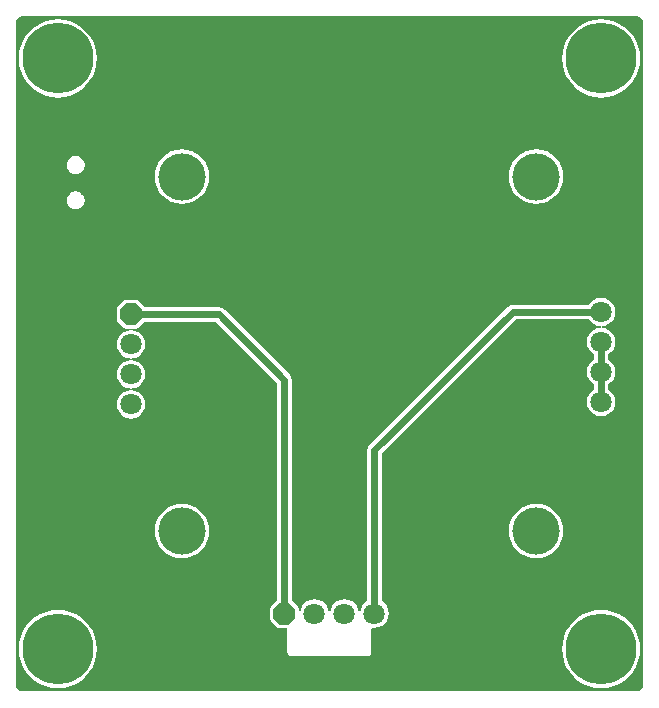
<source format=gbl>
G04 Layer_Physical_Order=2*
G04 Layer_Color=16711680*
%FSLAX44Y44*%
%MOMM*%
G71*
G01*
G75*
%ADD14C,0.6000*%
%ADD16C,6.0000*%
%ADD17C,4.0000*%
%ADD18C,1.8000*%
%ADD19P,1.9483X8X292.5*%
%ADD20P,1.9483X8X22.5*%
G36*
X537186Y585278D02*
X539040Y584040D01*
X540278Y582186D01*
X540680Y580167D01*
X540646Y580000D01*
Y20000D01*
X540680Y19833D01*
X540278Y17814D01*
X539040Y15960D01*
X537186Y14722D01*
X536199Y14526D01*
X535000Y14354D01*
Y14354D01*
X15000D01*
X14833Y14320D01*
X12814Y14722D01*
X10961Y15960D01*
X9722Y17814D01*
X9526Y18801D01*
X9354Y20000D01*
X9354D01*
Y580000D01*
X9320Y580167D01*
X9722Y582186D01*
X10961Y584040D01*
X12814Y585278D01*
X14833Y585680D01*
X15000Y585646D01*
X535000D01*
X535167Y585680D01*
X537186Y585278D01*
D02*
G37*
%LPC*%
G36*
X150000Y173111D02*
X145491Y172667D01*
X141156Y171352D01*
X137160Y169216D01*
X133658Y166342D01*
X130784Y162840D01*
X128648Y158844D01*
X127333Y154509D01*
X126889Y150000D01*
X127333Y145491D01*
X128648Y141156D01*
X130784Y137160D01*
X133658Y133658D01*
X137160Y130784D01*
X141156Y128648D01*
X145491Y127333D01*
X150000Y126889D01*
X154509Y127333D01*
X158844Y128648D01*
X162840Y130784D01*
X166342Y133658D01*
X169216Y137160D01*
X171352Y141156D01*
X172667Y145491D01*
X173111Y150000D01*
X172667Y154509D01*
X171352Y158844D01*
X169216Y162840D01*
X166342Y166342D01*
X162840Y169216D01*
X158844Y171352D01*
X154509Y172667D01*
X150000Y173111D01*
D02*
G37*
G36*
X450000D02*
X445491Y172667D01*
X441156Y171352D01*
X437160Y169216D01*
X433658Y166342D01*
X430784Y162840D01*
X428648Y158844D01*
X427333Y154509D01*
X426889Y150000D01*
X427333Y145491D01*
X428648Y141156D01*
X430784Y137160D01*
X433658Y133658D01*
X437160Y130784D01*
X441156Y128648D01*
X445491Y127333D01*
X450000Y126889D01*
X454509Y127333D01*
X458844Y128648D01*
X462840Y130784D01*
X466342Y133658D01*
X469216Y137160D01*
X471352Y141156D01*
X472667Y145491D01*
X473111Y150000D01*
X472667Y154509D01*
X471352Y158844D01*
X469216Y162840D01*
X466342Y166342D01*
X462840Y169216D01*
X458844Y171352D01*
X454509Y172667D01*
X450000Y173111D01*
D02*
G37*
G36*
X505000Y347504D02*
X501867Y347091D01*
X498948Y345882D01*
X496441Y343959D01*
X494568Y341517D01*
X430400D01*
X428059Y341052D01*
X426074Y339726D01*
X308774Y222426D01*
X307448Y220441D01*
X306982Y218100D01*
Y90431D01*
X304541Y88559D01*
X302618Y86052D01*
X301409Y83133D01*
X301116Y80905D01*
X301040Y80334D01*
X299760D01*
X299684Y80905D01*
X299391Y83133D01*
X298182Y86052D01*
X296259Y88559D01*
X293752Y90482D01*
X290833Y91691D01*
X287700Y92104D01*
X284567Y91691D01*
X281648Y90482D01*
X279142Y88559D01*
X277218Y86052D01*
X276009Y83133D01*
X275716Y80905D01*
X275640Y80334D01*
X274360D01*
X274284Y80905D01*
X273991Y83133D01*
X272782Y86052D01*
X270858Y88559D01*
X268352Y90482D01*
X265433Y91691D01*
X262300Y92104D01*
X259167Y91691D01*
X256248Y90482D01*
X253741Y88559D01*
X251818Y86052D01*
X250609Y83133D01*
X250362Y81255D01*
X249656Y80910D01*
X249029Y80862D01*
X248959Y80944D01*
Y84500D01*
X248959Y84500D01*
X248726Y85670D01*
X248063Y86663D01*
X243563Y91163D01*
X243018Y91527D01*
Y278100D01*
X242552Y280441D01*
X241226Y282426D01*
X185976Y337676D01*
X183991Y339002D01*
X181650Y339468D01*
X118527D01*
X118163Y340013D01*
X113663Y344513D01*
X112670Y345176D01*
X111500Y345409D01*
X102500D01*
X102500Y345409D01*
X101329Y345176D01*
X100337Y344513D01*
X95837Y340013D01*
X95174Y339021D01*
X94941Y337850D01*
Y328850D01*
X94941Y328850D01*
X95174Y327679D01*
X95837Y326687D01*
X100337Y322187D01*
X101329Y321524D01*
X102500Y321291D01*
X106671D01*
X106755Y320021D01*
X106038Y319927D01*
X103867Y319641D01*
X100948Y318432D01*
X98441Y316509D01*
X96518Y314002D01*
X95309Y311083D01*
X94896Y307950D01*
X95309Y304817D01*
X96518Y301898D01*
X98441Y299391D01*
X100948Y297468D01*
X103867Y296259D01*
X106095Y295966D01*
X106666Y295890D01*
Y294610D01*
X106095Y294534D01*
X103867Y294241D01*
X100948Y293032D01*
X98441Y291108D01*
X96518Y288602D01*
X95309Y285683D01*
X94896Y282550D01*
X95309Y279417D01*
X96518Y276498D01*
X98441Y273992D01*
X100948Y272068D01*
X103867Y270859D01*
X106095Y270566D01*
X106666Y270490D01*
Y269210D01*
X106095Y269134D01*
X103867Y268841D01*
X100948Y267632D01*
X98441Y265709D01*
X96518Y263202D01*
X95309Y260283D01*
X94896Y257150D01*
X95309Y254017D01*
X96518Y251098D01*
X98441Y248591D01*
X100948Y246668D01*
X103867Y245459D01*
X107000Y245047D01*
X110133Y245459D01*
X113052Y246668D01*
X115559Y248591D01*
X117482Y251098D01*
X118691Y254017D01*
X119103Y257150D01*
X118691Y260283D01*
X117482Y263202D01*
X115559Y265709D01*
X113052Y267632D01*
X110133Y268841D01*
X107905Y269134D01*
X107334Y269210D01*
Y270490D01*
X107905Y270566D01*
X110133Y270859D01*
X113052Y272068D01*
X115559Y273992D01*
X117482Y276498D01*
X118691Y279417D01*
X119103Y282550D01*
X118691Y285683D01*
X117482Y288602D01*
X115559Y291108D01*
X113052Y293032D01*
X110133Y294241D01*
X107905Y294534D01*
X107334Y294610D01*
Y295890D01*
X107905Y295966D01*
X110133Y296259D01*
X113052Y297468D01*
X115559Y299391D01*
X117482Y301898D01*
X118691Y304817D01*
X119103Y307950D01*
X118691Y311083D01*
X117482Y314002D01*
X115559Y316509D01*
X113052Y318432D01*
X110133Y319641D01*
X107962Y319927D01*
X107245Y320021D01*
X107329Y321291D01*
X111500D01*
X111500Y321291D01*
X112670Y321524D01*
X113663Y322187D01*
X118163Y326687D01*
X118527Y327233D01*
X179116D01*
X230783Y275566D01*
Y91527D01*
X230237Y91163D01*
X225737Y86663D01*
X225074Y85670D01*
X224841Y84500D01*
Y75500D01*
X224841Y75500D01*
X225074Y74330D01*
X225737Y73337D01*
X230237Y68837D01*
X231229Y68174D01*
X232400Y67941D01*
X238833D01*
X239441Y67200D01*
Y47200D01*
X239674Y46029D01*
X240337Y45037D01*
X241329Y44374D01*
X242500Y44141D01*
X307500D01*
X308671Y44374D01*
X309663Y45037D01*
X310326Y46029D01*
X310559Y47200D01*
Y66950D01*
X311352Y68046D01*
X311418Y68118D01*
X313100Y67896D01*
X316233Y68309D01*
X319152Y69518D01*
X321659Y71441D01*
X323582Y73948D01*
X324791Y76867D01*
X325204Y80000D01*
X324791Y83133D01*
X323582Y86052D01*
X321659Y88559D01*
X319217Y90431D01*
Y215566D01*
X432934Y329282D01*
X494568D01*
X496441Y326842D01*
X498948Y324918D01*
X501867Y323709D01*
X504095Y323416D01*
X504666Y323340D01*
Y322060D01*
X504095Y321984D01*
X501867Y321691D01*
X498948Y320482D01*
X496441Y318559D01*
X494518Y316052D01*
X493309Y313133D01*
X492896Y310000D01*
X493309Y306867D01*
X494518Y303948D01*
X496441Y301441D01*
X498882Y299569D01*
Y295032D01*
X496441Y293158D01*
X494518Y290652D01*
X493309Y287733D01*
X492896Y284600D01*
X493309Y281467D01*
X494518Y278548D01*
X496441Y276042D01*
X498882Y274168D01*
Y269632D01*
X496441Y267759D01*
X494518Y265252D01*
X493309Y262333D01*
X492896Y259200D01*
X493309Y256067D01*
X494518Y253148D01*
X496441Y250641D01*
X498948Y248718D01*
X501867Y247509D01*
X505000Y247097D01*
X508133Y247509D01*
X511052Y248718D01*
X513559Y250641D01*
X515482Y253148D01*
X516691Y256067D01*
X517104Y259200D01*
X516691Y262333D01*
X515482Y265252D01*
X513559Y267759D01*
X511118Y269632D01*
Y274168D01*
X513559Y276042D01*
X515482Y278548D01*
X516691Y281467D01*
X517104Y284600D01*
X516691Y287733D01*
X515482Y290652D01*
X513559Y293158D01*
X511118Y295032D01*
Y299569D01*
X513559Y301441D01*
X515482Y303948D01*
X516691Y306867D01*
X517104Y310000D01*
X516691Y313133D01*
X515482Y316052D01*
X513559Y318559D01*
X511052Y320482D01*
X508133Y321691D01*
X505905Y321984D01*
X505334Y322060D01*
Y323340D01*
X505905Y323416D01*
X508133Y323709D01*
X511052Y324918D01*
X513559Y326842D01*
X515482Y329348D01*
X516691Y332267D01*
X517104Y335400D01*
X516691Y338533D01*
X515482Y341452D01*
X513559Y343959D01*
X511052Y345882D01*
X508133Y347091D01*
X505000Y347504D01*
D02*
G37*
G36*
X45000Y83102D02*
X39822Y82695D01*
X34771Y81482D01*
X29972Y79494D01*
X25543Y76780D01*
X21593Y73407D01*
X18220Y69457D01*
X15506Y65028D01*
X13518Y60229D01*
X12306Y55178D01*
X11898Y50000D01*
X12306Y44822D01*
X13518Y39771D01*
X15506Y34972D01*
X18220Y30543D01*
X21593Y26593D01*
X25543Y23220D01*
X29972Y20506D01*
X34771Y18518D01*
X39822Y17306D01*
X45000Y16898D01*
X50178Y17306D01*
X55229Y18518D01*
X60028Y20506D01*
X64457Y23220D01*
X68407Y26593D01*
X71780Y30543D01*
X74494Y34972D01*
X76482Y39771D01*
X77695Y44822D01*
X78102Y50000D01*
X77695Y55178D01*
X76482Y60229D01*
X74494Y65028D01*
X71780Y69457D01*
X68407Y73407D01*
X64457Y76780D01*
X60028Y79494D01*
X55229Y81482D01*
X50178Y82695D01*
X45000Y83102D01*
D02*
G37*
G36*
X505000D02*
X499822Y82695D01*
X494771Y81482D01*
X489972Y79494D01*
X485543Y76780D01*
X481593Y73407D01*
X478220Y69457D01*
X475506Y65028D01*
X473518Y60229D01*
X472305Y55178D01*
X471898Y50000D01*
X472305Y44822D01*
X473518Y39771D01*
X475506Y34972D01*
X478220Y30543D01*
X481593Y26593D01*
X485543Y23220D01*
X489972Y20506D01*
X494771Y18518D01*
X499822Y17306D01*
X505000Y16898D01*
X510178Y17306D01*
X515229Y18518D01*
X520028Y20506D01*
X524457Y23220D01*
X528407Y26593D01*
X531780Y30543D01*
X534494Y34972D01*
X536482Y39771D01*
X537695Y44822D01*
X538102Y50000D01*
X537695Y55178D01*
X536482Y60229D01*
X534494Y65028D01*
X531780Y69457D01*
X528407Y73407D01*
X524457Y76780D01*
X520028Y79494D01*
X515229Y81482D01*
X510178Y82695D01*
X505000Y83102D01*
D02*
G37*
G36*
X60597Y437348D02*
X59403D01*
X57648Y436999D01*
X56545Y436542D01*
X55056Y435548D01*
X54212Y434704D01*
X53218Y433215D01*
X52761Y432113D01*
X52412Y430357D01*
Y430056D01*
X52353Y429760D01*
X52412Y429464D01*
Y429163D01*
X52761Y427407D01*
X53218Y426305D01*
X54212Y424816D01*
X55056Y423972D01*
X56545Y422978D01*
X57648Y422521D01*
X59403Y422172D01*
X60597D01*
X62352Y422521D01*
X63455Y422978D01*
X64944Y423972D01*
X65788Y424816D01*
X66782Y426305D01*
X67239Y427407D01*
X67588Y429163D01*
Y429464D01*
X67647Y429760D01*
X67588Y430056D01*
Y430357D01*
X67239Y432113D01*
X66782Y433215D01*
X65788Y434704D01*
X64944Y435548D01*
X63455Y436542D01*
X62353Y436999D01*
X60597Y437348D01*
D02*
G37*
G36*
X45000Y583102D02*
X39822Y582695D01*
X34771Y581482D01*
X29972Y579494D01*
X25543Y576780D01*
X21593Y573407D01*
X18220Y569457D01*
X15506Y565028D01*
X13518Y560229D01*
X12306Y555178D01*
X11898Y550000D01*
X12306Y544822D01*
X13518Y539771D01*
X15506Y534972D01*
X18220Y530543D01*
X21593Y526593D01*
X25543Y523220D01*
X29972Y520506D01*
X34771Y518518D01*
X39822Y517305D01*
X45000Y516898D01*
X50178Y517305D01*
X55229Y518518D01*
X60028Y520506D01*
X64457Y523220D01*
X68407Y526593D01*
X71780Y530543D01*
X74494Y534972D01*
X76482Y539771D01*
X77695Y544822D01*
X78102Y550000D01*
X77695Y555178D01*
X76482Y560229D01*
X74494Y565028D01*
X71780Y569457D01*
X68407Y573407D01*
X64457Y576780D01*
X60028Y579494D01*
X55229Y581482D01*
X50178Y582695D01*
X45000Y583102D01*
D02*
G37*
G36*
X505000D02*
X499822Y582695D01*
X494771Y581482D01*
X489972Y579494D01*
X485543Y576780D01*
X481593Y573407D01*
X478220Y569457D01*
X475506Y565028D01*
X473518Y560229D01*
X472305Y555178D01*
X471898Y550000D01*
X472305Y544822D01*
X473518Y539771D01*
X475506Y534972D01*
X478220Y530543D01*
X481593Y526593D01*
X485543Y523220D01*
X489972Y520506D01*
X494771Y518518D01*
X499822Y517305D01*
X505000Y516898D01*
X510178Y517305D01*
X515229Y518518D01*
X520028Y520506D01*
X524457Y523220D01*
X528407Y526593D01*
X531780Y530543D01*
X534494Y534972D01*
X536482Y539771D01*
X537695Y544822D01*
X538102Y550000D01*
X537695Y555178D01*
X536482Y560229D01*
X534494Y565028D01*
X531780Y569457D01*
X528407Y573407D01*
X524457Y576780D01*
X520028Y579494D01*
X515229Y581482D01*
X510178Y582695D01*
X505000Y583102D01*
D02*
G37*
G36*
X60597Y467348D02*
X59403D01*
X57648Y466999D01*
X56545Y466542D01*
X55056Y465548D01*
X54212Y464704D01*
X53218Y463215D01*
X52761Y462113D01*
X52412Y460357D01*
Y460056D01*
X52353Y459760D01*
X52412Y459464D01*
Y459163D01*
X52761Y457407D01*
X53218Y456305D01*
X54212Y454816D01*
X55056Y453972D01*
X56545Y452978D01*
X57648Y452521D01*
X59403Y452172D01*
X60597D01*
X62352Y452521D01*
X63455Y452978D01*
X64944Y453972D01*
X65788Y454816D01*
X66782Y456305D01*
X67239Y457407D01*
X67588Y459163D01*
Y459464D01*
X67647Y459760D01*
X67588Y460056D01*
Y460357D01*
X67239Y462113D01*
X66782Y463215D01*
X65788Y464704D01*
X64944Y465548D01*
X63455Y466542D01*
X62353Y466999D01*
X60597Y467348D01*
D02*
G37*
G36*
X150000Y473111D02*
X145491Y472667D01*
X141156Y471352D01*
X137160Y469216D01*
X133658Y466342D01*
X130784Y462840D01*
X128648Y458844D01*
X127333Y454509D01*
X126889Y450000D01*
X127333Y445491D01*
X128648Y441156D01*
X130784Y437160D01*
X133658Y433658D01*
X137160Y430784D01*
X141156Y428648D01*
X145491Y427333D01*
X150000Y426889D01*
X154509Y427333D01*
X158844Y428648D01*
X162840Y430784D01*
X166342Y433658D01*
X169216Y437160D01*
X171352Y441156D01*
X172667Y445491D01*
X173111Y450000D01*
X172667Y454509D01*
X171352Y458844D01*
X169216Y462840D01*
X166342Y466342D01*
X162840Y469216D01*
X158844Y471352D01*
X154509Y472667D01*
X150000Y473111D01*
D02*
G37*
G36*
X450000D02*
X445491Y472667D01*
X441156Y471352D01*
X437160Y469216D01*
X433658Y466342D01*
X430784Y462840D01*
X428648Y458844D01*
X427333Y454509D01*
X426889Y450000D01*
X427333Y445491D01*
X428648Y441156D01*
X430784Y437160D01*
X433658Y433658D01*
X437160Y430784D01*
X441156Y428648D01*
X445491Y427333D01*
X450000Y426889D01*
X454509Y427333D01*
X458844Y428648D01*
X462840Y430784D01*
X466342Y433658D01*
X469216Y437160D01*
X471352Y441156D01*
X472667Y445491D01*
X473111Y450000D01*
X472667Y454509D01*
X471352Y458844D01*
X469216Y462840D01*
X466342Y466342D01*
X462840Y469216D01*
X458844Y471352D01*
X454509Y472667D01*
X450000Y473111D01*
D02*
G37*
%LPD*%
D14*
X430400Y335400D02*
X505000D01*
X313100Y218100D02*
X430400Y335400D01*
X313100Y80000D02*
Y218100D01*
X107000Y333350D02*
X181650D01*
X236900Y278100D01*
Y80000D02*
Y278100D01*
X505000Y259200D02*
Y284600D01*
Y310000D01*
D16*
Y550000D02*
D03*
X45000D02*
D03*
Y50000D02*
D03*
X505000D02*
D03*
D17*
X150000Y450000D02*
D03*
Y150000D02*
D03*
X450000D02*
D03*
Y450000D02*
D03*
D18*
X505000Y335400D02*
D03*
Y259200D02*
D03*
Y284600D02*
D03*
Y310000D02*
D03*
X107000Y307950D02*
D03*
Y282550D02*
D03*
Y257150D02*
D03*
X313100Y80000D02*
D03*
X287700D02*
D03*
X262300D02*
D03*
D19*
X107000Y333350D02*
D03*
D20*
X236900Y80000D02*
D03*
M02*

</source>
